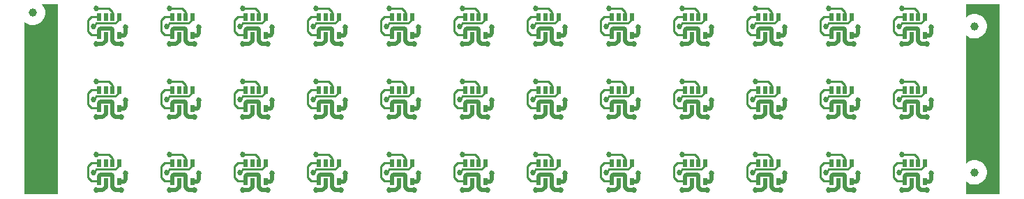
<source format=gbr>
G04 start of page 2 for group 0 idx 0 *
G04 Title: (unknown), top *
G04 Creator: pcb 4.0.2 *
G04 CreationDate: Fri Mar 17 03:13:06 2023 UTC *
G04 For: railfan *
G04 Format: Gerber/RS-274X *
G04 PCB-Dimensions (mil): 4900.00 1150.00 *
G04 PCB-Coordinate-Origin: lower left *
%MOIN*%
%FSLAX25Y25*%
%LNTOP*%
%ADD16C,0.0130*%
%ADD15C,0.0270*%
%ADD14C,0.0394*%
%ADD13C,0.0200*%
%ADD12C,0.0100*%
%ADD11C,0.0001*%
G54D11*G36*
X12000Y12000D02*Y94650D01*
X12518Y94208D01*
X13311Y93722D01*
X14169Y93366D01*
X15073Y93149D01*
X16000Y93076D01*
X16927Y93149D01*
X17831Y93366D01*
X18689Y93722D01*
X19482Y94208D01*
X20189Y94811D01*
X20792Y95518D01*
X21278Y96311D01*
X21634Y97169D01*
X21851Y98073D01*
X21906Y99000D01*
X21851Y99927D01*
X21634Y100831D01*
X21278Y101689D01*
X20792Y102482D01*
X20350Y103000D01*
X28000D01*
Y12000D01*
X12000D01*
G37*
G36*
X462000D02*Y18150D01*
X462518Y17708D01*
X463311Y17222D01*
X464169Y16866D01*
X465073Y16649D01*
X466000Y16576D01*
X466927Y16649D01*
X467831Y16866D01*
X468689Y17222D01*
X469482Y17708D01*
X470189Y18311D01*
X470792Y19018D01*
X471278Y19811D01*
X471634Y20669D01*
X471851Y21573D01*
X471906Y22500D01*
X471851Y23427D01*
X471634Y24331D01*
X471278Y25189D01*
X470792Y25982D01*
X470189Y26689D01*
X469482Y27292D01*
X468689Y27778D01*
X467831Y28134D01*
X466927Y28351D01*
X466000Y28424D01*
X465073Y28351D01*
X464169Y28134D01*
X463311Y27778D01*
X462518Y27292D01*
X462000Y26850D01*
Y88150D01*
X462518Y87708D01*
X463311Y87222D01*
X464169Y86866D01*
X465073Y86649D01*
X466000Y86576D01*
X466927Y86649D01*
X467831Y86866D01*
X468689Y87222D01*
X469482Y87708D01*
X470189Y88311D01*
X470792Y89018D01*
X471278Y89811D01*
X471634Y90669D01*
X471851Y91573D01*
X471906Y92500D01*
X471851Y93427D01*
X471634Y94331D01*
X471278Y95189D01*
X470792Y95982D01*
X470189Y96689D01*
X469482Y97292D01*
X468689Y97778D01*
X467831Y98134D01*
X466927Y98351D01*
X466000Y98424D01*
X465073Y98351D01*
X464169Y98134D01*
X463311Y97778D01*
X462518Y97292D01*
X462000Y96850D01*
Y103000D01*
X478000D01*
Y12000D01*
X462000D01*
G37*
G54D12*X57224Y60724D02*Y61929D01*
X55400Y58900D02*X57224Y60724D01*
X54075Y64425D02*X52500Y66000D01*
X54075Y61929D02*Y64425D01*
G54D13*Y55925D02*X53500Y56500D01*
G54D12*X44000Y53500D02*X47776D01*
G54D13*Y55776D02*Y53268D01*
X49500Y49000D02*X46500D01*
X50925Y50425D02*X49500Y49000D01*
X50925Y53071D02*Y50425D01*
G54D12*X42500Y55000D02*X44000Y53500D01*
X42500Y60500D02*Y55000D01*
X43929Y61929D02*X42500Y60500D01*
X46400Y58900D02*X55400D01*
X47776Y61929D02*X43929D01*
X46400Y58900D02*X45000Y57500D01*
X52500Y66000D02*X46500D01*
G54D13*X53500Y56500D02*X48500D01*
X47776Y55776D01*
X59571Y53071D02*X57224D01*
X60500Y54000D02*X59571Y53071D01*
X54075Y50425D02*Y55925D01*
X60500Y57000D02*Y54000D01*
X58500Y49000D02*X55500D01*
X54075Y50425D01*
G54D12*X57224Y95724D02*Y96929D01*
X46400Y93900D02*X55400D01*
X52500Y101000D02*X46500D01*
X54075Y99425D02*X52500Y101000D01*
X54075Y96929D02*Y99425D01*
X55400Y93900D02*X57224Y95724D01*
G54D13*X60500Y92000D02*Y89000D01*
X54075Y90925D02*X53500Y91500D01*
G54D12*X44000Y88500D02*X47776D01*
X42500Y90000D02*X44000Y88500D01*
X42500Y95500D02*Y90000D01*
X43929Y96929D02*X42500Y95500D01*
X47776Y96929D02*X43929D01*
X46400Y93900D02*X45000Y92500D01*
G54D13*X59571Y88071D02*X57224D01*
X60500Y89000D02*X59571Y88071D01*
X54075Y85425D02*Y90925D01*
X58500Y84000D02*X55500D01*
X54075Y85425D01*
X53500Y91500D02*X48500D01*
X47776Y90776D02*Y88268D01*
X49500Y84000D02*X46500D01*
X50925Y85425D02*X49500Y84000D01*
X50925Y88071D02*Y85425D01*
X48500Y91500D02*X47776Y90776D01*
G54D12*X57224Y25724D02*Y26929D01*
X46400Y23900D02*X55400D01*
X52500Y31000D02*X46500D01*
X54075Y29425D02*X52500Y31000D01*
X54075Y26929D02*Y29425D01*
X55400Y23900D02*X57224Y25724D01*
G54D13*X60500Y22000D02*Y19000D01*
X54075Y20925D02*X53500Y21500D01*
G54D12*X44000Y18500D02*X47776D01*
X42500Y20000D02*X44000Y18500D01*
X42500Y25500D02*Y20000D01*
X43929Y26929D02*X42500Y25500D01*
X47776Y26929D02*X43929D01*
X46400Y23900D02*X45000Y22500D01*
G54D13*X59571Y18071D02*X57224D01*
X60500Y19000D02*X59571Y18071D01*
X54075Y15425D02*Y20925D01*
X58500Y14000D02*X55500D01*
X54075Y15425D01*
X53500Y21500D02*X48500D01*
X47776Y20776D02*Y18268D01*
X49500Y14000D02*X46500D01*
X50925Y15425D02*X49500Y14000D01*
X50925Y18071D02*Y15425D01*
X48500Y21500D02*X47776Y20776D01*
G54D12*X92224Y60724D02*Y61929D01*
X81400Y58900D02*X90400D01*
X87500Y66000D02*X81500D01*
X89075Y64425D02*X87500Y66000D01*
X89075Y61929D02*Y64425D01*
X90400Y58900D02*X92224Y60724D01*
G54D13*X95500Y57000D02*Y54000D01*
X89075Y55925D02*X88500Y56500D01*
G54D12*X79000Y53500D02*X82776D01*
X77500Y55000D02*X79000Y53500D01*
X77500Y60500D02*Y55000D01*
X78929Y61929D02*X77500Y60500D01*
X82776Y61929D02*X78929D01*
X81400Y58900D02*X80000Y57500D01*
G54D13*X94571Y53071D02*X92224D01*
X95500Y54000D02*X94571Y53071D01*
X89075Y50425D02*Y55925D01*
X93500Y49000D02*X90500D01*
X89075Y50425D01*
X88500Y56500D02*X83500D01*
X82776Y55776D02*Y53268D01*
X84500Y49000D02*X81500D01*
X85925Y50425D02*X84500Y49000D01*
X85925Y53071D02*Y50425D01*
X83500Y56500D02*X82776Y55776D01*
G54D12*X92224Y95724D02*Y96929D01*
G54D13*X95500Y92000D02*Y89000D01*
G54D12*X90400Y93900D02*X92224Y95724D01*
X87500Y101000D02*X81500D01*
X89075Y99425D02*X87500Y101000D01*
X89075Y96929D02*Y99425D01*
G54D13*X88500Y91500D02*X83500D01*
X82776Y90776D01*
G54D12*X81400Y93900D02*X90400D01*
X79000Y88500D02*X82776D01*
X77500Y90000D02*X79000Y88500D01*
X77500Y95500D02*Y90000D01*
X78929Y96929D02*X77500Y95500D01*
X82776Y96929D02*X78929D01*
X81400Y93900D02*X80000Y92500D01*
G54D13*X94571Y88071D02*X92224D01*
X95500Y89000D02*X94571Y88071D01*
X89075Y85425D02*Y90925D01*
X93500Y84000D02*X90500D01*
X89075Y90925D02*X88500Y91500D01*
X90500Y84000D02*X89075Y85425D01*
X82776Y90776D02*Y88268D01*
X84500Y84000D02*X81500D01*
X85925Y85425D02*X84500Y84000D01*
X85925Y88071D02*Y85425D01*
G54D12*X92224Y25724D02*Y26929D01*
G54D13*X95500Y22000D02*Y19000D01*
G54D12*X90400Y23900D02*X92224Y25724D01*
X87500Y31000D02*X81500D01*
X89075Y29425D02*X87500Y31000D01*
X89075Y26929D02*Y29425D01*
G54D13*X88500Y21500D02*X83500D01*
X82776Y20776D01*
G54D12*X81400Y23900D02*X90400D01*
X79000Y18500D02*X82776D01*
X77500Y20000D02*X79000Y18500D01*
X77500Y25500D02*Y20000D01*
X78929Y26929D02*X77500Y25500D01*
X82776Y26929D02*X78929D01*
X81400Y23900D02*X80000Y22500D01*
G54D13*X94571Y18071D02*X92224D01*
X95500Y19000D02*X94571Y18071D01*
X89075Y15425D02*Y20925D01*
X93500Y14000D02*X90500D01*
X89075Y20925D02*X88500Y21500D01*
X90500Y14000D02*X89075Y15425D01*
X82776Y20776D02*Y18268D01*
X84500Y14000D02*X81500D01*
X85925Y15425D02*X84500Y14000D01*
X85925Y18071D02*Y15425D01*
G54D12*X267224Y60724D02*Y61929D01*
X265400Y58900D02*X267224Y60724D01*
X264075Y64425D02*X262500Y66000D01*
X264075Y61929D02*Y64425D01*
G54D13*X269571Y53071D02*X267224D01*
X270500Y54000D02*X269571Y53071D01*
X264075Y50425D02*Y55925D01*
X270500Y57000D02*Y54000D01*
X268500Y49000D02*X265500D01*
X264075Y55925D02*X263500Y56500D01*
X265500Y49000D02*X264075Y50425D01*
G54D12*X254000Y53500D02*X257776D01*
G54D13*Y55776D02*Y53268D01*
X259500Y49000D02*X256500D01*
X260925Y50425D02*X259500Y49000D01*
X260925Y53071D02*Y50425D01*
G54D12*X252500Y55000D02*X254000Y53500D01*
X252500Y60500D02*Y55000D01*
X253929Y61929D02*X252500Y60500D01*
X256400Y58900D02*X265400D01*
X257776Y61929D02*X253929D01*
X256400Y58900D02*X255000Y57500D01*
X262500Y66000D02*X256500D01*
G54D13*X263500Y56500D02*X258500D01*
X257776Y55776D01*
G54D12*X302224Y60724D02*Y61929D01*
X300400Y58900D02*X302224Y60724D01*
X299075Y64425D02*X297500Y66000D01*
X299075Y61929D02*Y64425D01*
G54D13*X304571Y53071D02*X302224D01*
X305500Y54000D02*X304571Y53071D01*
X299075Y50425D02*Y55925D01*
X305500Y57000D02*Y54000D01*
X303500Y49000D02*X300500D01*
X299075Y55925D02*X298500Y56500D01*
X300500Y49000D02*X299075Y50425D01*
G54D12*X289000Y53500D02*X292776D01*
G54D13*Y55776D02*Y53268D01*
X294500Y49000D02*X291500D01*
X295925Y50425D02*X294500Y49000D01*
X295925Y53071D02*Y50425D01*
G54D12*X287500Y55000D02*X289000Y53500D01*
X287500Y60500D02*Y55000D01*
X288929Y61929D02*X287500Y60500D01*
X291400Y58900D02*X300400D01*
X292776Y61929D02*X288929D01*
X291400Y58900D02*X290000Y57500D01*
X297500Y66000D02*X291500D01*
G54D13*X298500Y56500D02*X293500D01*
X292776Y55776D01*
G54D12*X337224Y60724D02*Y61929D01*
X335400Y58900D02*X337224Y60724D01*
X334075Y64425D02*X332500Y66000D01*
X334075Y61929D02*Y64425D01*
G54D13*X339571Y53071D02*X337224D01*
X340500Y54000D02*X339571Y53071D01*
X334075Y50425D02*Y55925D01*
X340500Y57000D02*Y54000D01*
X338500Y49000D02*X335500D01*
X334075Y55925D02*X333500Y56500D01*
X335500Y49000D02*X334075Y50425D01*
G54D12*X324000Y53500D02*X327776D01*
G54D13*Y55776D02*Y53268D01*
X329500Y49000D02*X326500D01*
X330925Y50425D02*X329500Y49000D01*
X330925Y53071D02*Y50425D01*
G54D12*X322500Y55000D02*X324000Y53500D01*
X322500Y60500D02*Y55000D01*
X323929Y61929D02*X322500Y60500D01*
X326400Y58900D02*X335400D01*
X327776Y61929D02*X323929D01*
X326400Y58900D02*X325000Y57500D01*
X332500Y66000D02*X326500D01*
G54D13*X333500Y56500D02*X328500D01*
X327776Y55776D01*
G54D12*X372224Y60724D02*Y61929D01*
X370400Y58900D02*X372224Y60724D01*
X369075Y64425D02*X367500Y66000D01*
X369075Y61929D02*Y64425D01*
G54D13*X374571Y53071D02*X372224D01*
X375500Y54000D02*X374571Y53071D01*
X369075Y50425D02*Y55925D01*
X375500Y57000D02*Y54000D01*
X373500Y49000D02*X370500D01*
X369075Y55925D02*X368500Y56500D01*
X370500Y49000D02*X369075Y50425D01*
G54D12*X359000Y53500D02*X362776D01*
G54D13*Y55776D02*Y53268D01*
X364500Y49000D02*X361500D01*
X365925Y50425D02*X364500Y49000D01*
X365925Y53071D02*Y50425D01*
G54D12*X357500Y55000D02*X359000Y53500D01*
X357500Y60500D02*Y55000D01*
X358929Y61929D02*X357500Y60500D01*
X361400Y58900D02*X370400D01*
X362776Y61929D02*X358929D01*
X361400Y58900D02*X360000Y57500D01*
X367500Y66000D02*X361500D01*
G54D13*X368500Y56500D02*X363500D01*
X362776Y55776D01*
G54D12*X407224Y60724D02*Y61929D01*
X405400Y58900D02*X407224Y60724D01*
X404075Y64425D02*X402500Y66000D01*
X404075Y61929D02*Y64425D01*
G54D13*X409571Y53071D02*X407224D01*
X410500Y54000D02*X409571Y53071D01*
X404075Y50425D02*Y55925D01*
X410500Y57000D02*Y54000D01*
X408500Y49000D02*X405500D01*
X404075Y55925D02*X403500Y56500D01*
X405500Y49000D02*X404075Y50425D01*
G54D12*X394000Y53500D02*X397776D01*
G54D13*Y55776D02*Y53268D01*
X399500Y49000D02*X396500D01*
X400925Y50425D02*X399500Y49000D01*
X400925Y53071D02*Y50425D01*
G54D12*X392500Y55000D02*X394000Y53500D01*
X392500Y60500D02*Y55000D01*
X393929Y61929D02*X392500Y60500D01*
X396400Y58900D02*X405400D01*
X397776Y61929D02*X393929D01*
X396400Y58900D02*X395000Y57500D01*
X402500Y66000D02*X396500D01*
G54D13*X403500Y56500D02*X398500D01*
X397776Y55776D01*
G54D12*X442224Y60724D02*Y61929D01*
X440400Y58900D02*X442224Y60724D01*
X439075Y64425D02*X437500Y66000D01*
X439075Y61929D02*Y64425D01*
G54D13*X444571Y53071D02*X442224D01*
X445500Y54000D02*X444571Y53071D01*
X439075Y50425D02*Y55925D01*
X445500Y57000D02*Y54000D01*
X443500Y49000D02*X440500D01*
X439075Y55925D02*X438500Y56500D01*
X440500Y49000D02*X439075Y50425D01*
G54D12*X429000Y53500D02*X432776D01*
G54D13*Y55776D02*Y53268D01*
X434500Y49000D02*X431500D01*
X435925Y50425D02*X434500Y49000D01*
X435925Y53071D02*Y50425D01*
G54D12*X427500Y55000D02*X429000Y53500D01*
X427500Y60500D02*Y55000D01*
X428929Y61929D02*X427500Y60500D01*
X431400Y58900D02*X440400D01*
X432776Y61929D02*X428929D01*
X431400Y58900D02*X430000Y57500D01*
X437500Y66000D02*X431500D01*
G54D13*X438500Y56500D02*X433500D01*
X432776Y55776D01*
G54D12*X197224Y60724D02*Y61929D01*
X195400Y58900D02*X197224Y60724D01*
X194075Y64425D02*X192500Y66000D01*
X194075Y61929D02*Y64425D01*
G54D13*X199571Y53071D02*X197224D01*
X200500Y54000D02*X199571Y53071D01*
X194075Y50425D02*Y55925D01*
X200500Y57000D02*Y54000D01*
X198500Y49000D02*X195500D01*
X194075Y55925D02*X193500Y56500D01*
X195500Y49000D02*X194075Y50425D01*
G54D12*X184000Y53500D02*X187776D01*
G54D13*Y55776D02*Y53268D01*
X189500Y49000D02*X186500D01*
X190925Y50425D02*X189500Y49000D01*
X190925Y53071D02*Y50425D01*
G54D12*X182500Y55000D02*X184000Y53500D01*
X182500Y60500D02*Y55000D01*
X183929Y61929D02*X182500Y60500D01*
X186400Y58900D02*X195400D01*
X187776Y61929D02*X183929D01*
X186400Y58900D02*X185000Y57500D01*
X192500Y66000D02*X186500D01*
G54D13*X193500Y56500D02*X188500D01*
X187776Y55776D01*
G54D12*X232224Y60724D02*Y61929D01*
X230400Y58900D02*X232224Y60724D01*
X229075Y64425D02*X227500Y66000D01*
X229075Y61929D02*Y64425D01*
G54D13*X234571Y53071D02*X232224D01*
X235500Y54000D02*X234571Y53071D01*
X229075Y50425D02*Y55925D01*
X235500Y57000D02*Y54000D01*
X233500Y49000D02*X230500D01*
X229075Y55925D02*X228500Y56500D01*
X230500Y49000D02*X229075Y50425D01*
G54D12*X219000Y53500D02*X222776D01*
G54D13*Y55776D02*Y53268D01*
X224500Y49000D02*X221500D01*
X225925Y50425D02*X224500Y49000D01*
X225925Y53071D02*Y50425D01*
G54D12*X217500Y55000D02*X219000Y53500D01*
X217500Y60500D02*Y55000D01*
X218929Y61929D02*X217500Y60500D01*
X221400Y58900D02*X230400D01*
X222776Y61929D02*X218929D01*
X221400Y58900D02*X220000Y57500D01*
X227500Y66000D02*X221500D01*
G54D13*X228500Y56500D02*X223500D01*
X222776Y55776D01*
G54D12*X197224Y95724D02*Y96929D01*
X195400Y93900D02*X197224Y95724D01*
X194075Y99425D02*X192500Y101000D01*
X194075Y96929D02*Y99425D01*
G54D13*X199571Y88071D02*X197224D01*
X200500Y89000D02*X199571Y88071D01*
X194075Y85425D02*Y90925D01*
X200500Y92000D02*Y89000D01*
X198500Y84000D02*X195500D01*
X194075Y90925D02*X193500Y91500D01*
X195500Y84000D02*X194075Y85425D01*
G54D12*X184000Y88500D02*X187776D01*
G54D13*Y90776D02*Y88268D01*
X189500Y84000D02*X186500D01*
X190925Y85425D02*X189500Y84000D01*
X190925Y88071D02*Y85425D01*
G54D12*X182500Y90000D02*X184000Y88500D01*
X182500Y95500D02*Y90000D01*
X183929Y96929D02*X182500Y95500D01*
X186400Y93900D02*X195400D01*
X187776Y96929D02*X183929D01*
X186400Y93900D02*X185000Y92500D01*
X192500Y101000D02*X186500D01*
G54D13*X193500Y91500D02*X188500D01*
X187776Y90776D01*
G54D12*X232224Y95724D02*Y96929D01*
X230400Y93900D02*X232224Y95724D01*
X229075Y99425D02*X227500Y101000D01*
X229075Y96929D02*Y99425D01*
G54D13*X234571Y88071D02*X232224D01*
X235500Y89000D02*X234571Y88071D01*
X229075Y85425D02*Y90925D01*
X235500Y92000D02*Y89000D01*
X233500Y84000D02*X230500D01*
X229075Y90925D02*X228500Y91500D01*
X230500Y84000D02*X229075Y85425D01*
G54D12*X219000Y88500D02*X222776D01*
G54D13*Y90776D02*Y88268D01*
X224500Y84000D02*X221500D01*
X225925Y85425D02*X224500Y84000D01*
X225925Y88071D02*Y85425D01*
G54D12*X217500Y90000D02*X219000Y88500D01*
X217500Y95500D02*Y90000D01*
X218929Y96929D02*X217500Y95500D01*
X221400Y93900D02*X230400D01*
X222776Y96929D02*X218929D01*
X221400Y93900D02*X220000Y92500D01*
X227500Y101000D02*X221500D01*
G54D13*X228500Y91500D02*X223500D01*
X222776Y90776D01*
G54D12*X267224Y95724D02*Y96929D01*
X265400Y93900D02*X267224Y95724D01*
X264075Y99425D02*X262500Y101000D01*
X264075Y96929D02*Y99425D01*
G54D13*X269571Y88071D02*X267224D01*
X270500Y89000D02*X269571Y88071D01*
X264075Y85425D02*Y90925D01*
X270500Y92000D02*Y89000D01*
X268500Y84000D02*X265500D01*
X264075Y90925D02*X263500Y91500D01*
X265500Y84000D02*X264075Y85425D01*
G54D12*X254000Y88500D02*X257776D01*
G54D13*Y90776D02*Y88268D01*
X259500Y84000D02*X256500D01*
X260925Y85425D02*X259500Y84000D01*
X260925Y88071D02*Y85425D01*
G54D12*X252500Y90000D02*X254000Y88500D01*
X252500Y95500D02*Y90000D01*
X253929Y96929D02*X252500Y95500D01*
X256400Y93900D02*X265400D01*
X257776Y96929D02*X253929D01*
X256400Y93900D02*X255000Y92500D01*
X262500Y101000D02*X256500D01*
G54D13*X263500Y91500D02*X258500D01*
X257776Y90776D01*
G54D12*X302224Y95724D02*Y96929D01*
X300400Y93900D02*X302224Y95724D01*
X299075Y99425D02*X297500Y101000D01*
X299075Y96929D02*Y99425D01*
G54D13*X304571Y88071D02*X302224D01*
X305500Y89000D02*X304571Y88071D01*
X299075Y85425D02*Y90925D01*
X305500Y92000D02*Y89000D01*
X303500Y84000D02*X300500D01*
X299075Y90925D02*X298500Y91500D01*
X300500Y84000D02*X299075Y85425D01*
G54D12*X289000Y88500D02*X292776D01*
G54D13*Y90776D02*Y88268D01*
X294500Y84000D02*X291500D01*
X295925Y85425D02*X294500Y84000D01*
X295925Y88071D02*Y85425D01*
G54D12*X287500Y90000D02*X289000Y88500D01*
X287500Y95500D02*Y90000D01*
X288929Y96929D02*X287500Y95500D01*
X291400Y93900D02*X300400D01*
X292776Y96929D02*X288929D01*
X291400Y93900D02*X290000Y92500D01*
X297500Y101000D02*X291500D01*
G54D13*X298500Y91500D02*X293500D01*
X292776Y90776D01*
G54D12*X337224Y95724D02*Y96929D01*
X335400Y93900D02*X337224Y95724D01*
X334075Y99425D02*X332500Y101000D01*
X334075Y96929D02*Y99425D01*
G54D13*X339571Y88071D02*X337224D01*
X340500Y89000D02*X339571Y88071D01*
X334075Y85425D02*Y90925D01*
X340500Y92000D02*Y89000D01*
X338500Y84000D02*X335500D01*
X334075Y90925D02*X333500Y91500D01*
X335500Y84000D02*X334075Y85425D01*
G54D12*X324000Y88500D02*X327776D01*
G54D13*Y90776D02*Y88268D01*
X329500Y84000D02*X326500D01*
X330925Y85425D02*X329500Y84000D01*
X330925Y88071D02*Y85425D01*
G54D12*X322500Y90000D02*X324000Y88500D01*
X322500Y95500D02*Y90000D01*
X323929Y96929D02*X322500Y95500D01*
X326400Y93900D02*X335400D01*
X327776Y96929D02*X323929D01*
X326400Y93900D02*X325000Y92500D01*
X332500Y101000D02*X326500D01*
G54D13*X333500Y91500D02*X328500D01*
X327776Y90776D01*
G54D12*X372224Y95724D02*Y96929D01*
X370400Y93900D02*X372224Y95724D01*
X369075Y99425D02*X367500Y101000D01*
X369075Y96929D02*Y99425D01*
G54D13*X374571Y88071D02*X372224D01*
X375500Y89000D02*X374571Y88071D01*
X369075Y85425D02*Y90925D01*
X375500Y92000D02*Y89000D01*
X373500Y84000D02*X370500D01*
X369075Y90925D02*X368500Y91500D01*
X370500Y84000D02*X369075Y85425D01*
G54D12*X359000Y88500D02*X362776D01*
G54D13*Y90776D02*Y88268D01*
X364500Y84000D02*X361500D01*
X365925Y85425D02*X364500Y84000D01*
X365925Y88071D02*Y85425D01*
G54D12*X357500Y90000D02*X359000Y88500D01*
X357500Y95500D02*Y90000D01*
X358929Y96929D02*X357500Y95500D01*
X361400Y93900D02*X370400D01*
X362776Y96929D02*X358929D01*
X361400Y93900D02*X360000Y92500D01*
X367500Y101000D02*X361500D01*
G54D13*X368500Y91500D02*X363500D01*
X362776Y90776D01*
G54D12*X407224Y95724D02*Y96929D01*
X405400Y93900D02*X407224Y95724D01*
X404075Y99425D02*X402500Y101000D01*
X404075Y96929D02*Y99425D01*
G54D13*X409571Y88071D02*X407224D01*
X410500Y89000D02*X409571Y88071D01*
X404075Y85425D02*Y90925D01*
X410500Y92000D02*Y89000D01*
X408500Y84000D02*X405500D01*
X404075Y90925D02*X403500Y91500D01*
X405500Y84000D02*X404075Y85425D01*
G54D12*X394000Y88500D02*X397776D01*
G54D13*Y90776D02*Y88268D01*
X399500Y84000D02*X396500D01*
X400925Y85425D02*X399500Y84000D01*
X400925Y88071D02*Y85425D01*
G54D12*X392500Y90000D02*X394000Y88500D01*
X392500Y95500D02*Y90000D01*
X393929Y96929D02*X392500Y95500D01*
X396400Y93900D02*X405400D01*
X397776Y96929D02*X393929D01*
X396400Y93900D02*X395000Y92500D01*
X402500Y101000D02*X396500D01*
G54D13*X403500Y91500D02*X398500D01*
X397776Y90776D01*
G54D12*X442224Y95724D02*Y96929D01*
X440400Y93900D02*X442224Y95724D01*
X439075Y99425D02*X437500Y101000D01*
X439075Y96929D02*Y99425D01*
G54D13*X444571Y88071D02*X442224D01*
X445500Y89000D02*X444571Y88071D01*
X439075Y85425D02*Y90925D01*
X445500Y92000D02*Y89000D01*
X443500Y84000D02*X440500D01*
X439075Y90925D02*X438500Y91500D01*
X440500Y84000D02*X439075Y85425D01*
G54D12*X429000Y88500D02*X432776D01*
G54D13*Y90776D02*Y88268D01*
X434500Y84000D02*X431500D01*
X435925Y85425D02*X434500Y84000D01*
X435925Y88071D02*Y85425D01*
G54D12*X427500Y90000D02*X429000Y88500D01*
X427500Y95500D02*Y90000D01*
X428929Y96929D02*X427500Y95500D01*
X431400Y93900D02*X440400D01*
X432776Y96929D02*X428929D01*
X431400Y93900D02*X430000Y92500D01*
X437500Y101000D02*X431500D01*
G54D13*X438500Y91500D02*X433500D01*
X432776Y90776D01*
G54D12*X127224Y60724D02*Y61929D01*
G54D13*X130500Y57000D02*Y54000D01*
G54D12*X125400Y58900D02*X127224Y60724D01*
X122500Y66000D02*X116500D01*
X124075Y64425D02*X122500Y66000D01*
X124075Y61929D02*Y64425D01*
G54D13*X123500Y56500D02*X118500D01*
X117776Y55776D01*
G54D12*X116400Y58900D02*X125400D01*
X114000Y53500D02*X117776D01*
X112500Y55000D02*X114000Y53500D01*
X112500Y60500D02*Y55000D01*
X113929Y61929D02*X112500Y60500D01*
X117776Y61929D02*X113929D01*
X116400Y58900D02*X115000Y57500D01*
G54D13*X129571Y53071D02*X127224D01*
X130500Y54000D02*X129571Y53071D01*
X124075Y50425D02*Y55925D01*
X128500Y49000D02*X125500D01*
X124075Y55925D02*X123500Y56500D01*
X125500Y49000D02*X124075Y50425D01*
X117776Y55776D02*Y53268D01*
X119500Y49000D02*X116500D01*
X120925Y50425D02*X119500Y49000D01*
X120925Y53071D02*Y50425D01*
G54D12*X149000Y53500D02*X152776D01*
G54D13*Y55776D02*Y53268D01*
X154500Y49000D02*X151500D01*
X155925Y50425D02*X154500Y49000D01*
X155925Y53071D02*Y50425D01*
G54D12*X147500Y55000D02*X149000Y53500D01*
X147500Y60500D02*Y55000D01*
X148929Y61929D02*X147500Y60500D01*
X151400Y58900D02*X160400D01*
X152776Y61929D02*X148929D01*
X151400Y58900D02*X150000Y57500D01*
X157500Y66000D02*X151500D01*
G54D13*X158500Y56500D02*X153500D01*
X152776Y55776D01*
G54D12*X127224Y95724D02*Y96929D01*
X125400Y93900D02*X127224Y95724D01*
X124075Y99425D02*X122500Y101000D01*
X124075Y96929D02*Y99425D01*
G54D13*X129571Y88071D02*X127224D01*
X130500Y89000D02*X129571Y88071D01*
X124075Y85425D02*Y90925D01*
X130500Y92000D02*Y89000D01*
X128500Y84000D02*X125500D01*
X124075Y90925D02*X123500Y91500D01*
X125500Y84000D02*X124075Y85425D01*
G54D12*X114000Y88500D02*X117776D01*
G54D13*Y90776D02*Y88268D01*
X119500Y84000D02*X116500D01*
X120925Y85425D02*X119500Y84000D01*
X120925Y88071D02*Y85425D01*
G54D12*X112500Y90000D02*X114000Y88500D01*
X112500Y95500D02*Y90000D01*
X113929Y96929D02*X112500Y95500D01*
X116400Y93900D02*X125400D01*
X117776Y96929D02*X113929D01*
X116400Y93900D02*X115000Y92500D01*
X122500Y101000D02*X116500D01*
G54D13*X123500Y91500D02*X118500D01*
X117776Y90776D01*
G54D12*X162224Y95724D02*Y96929D01*
X160400Y93900D02*X162224Y95724D01*
X159075Y99425D02*X157500Y101000D01*
X159075Y96929D02*Y99425D01*
G54D13*X164571Y88071D02*X162224D01*
X165500Y89000D02*X164571Y88071D01*
X159075Y85425D02*Y90925D01*
X165500Y92000D02*Y89000D01*
X163500Y84000D02*X160500D01*
X159075Y90925D02*X158500Y91500D01*
X160500Y84000D02*X159075Y85425D01*
G54D12*X149000Y88500D02*X152776D01*
G54D13*Y90776D02*Y88268D01*
X154500Y84000D02*X151500D01*
X155925Y85425D02*X154500Y84000D01*
X155925Y88071D02*Y85425D01*
G54D12*X147500Y90000D02*X149000Y88500D01*
X147500Y95500D02*Y90000D01*
X148929Y96929D02*X147500Y95500D01*
X151400Y93900D02*X160400D01*
X152776Y96929D02*X148929D01*
X151400Y93900D02*X150000Y92500D01*
X157500Y101000D02*X151500D01*
G54D13*X158500Y91500D02*X153500D01*
X152776Y90776D01*
G54D12*X127224Y25724D02*Y26929D01*
X125400Y23900D02*X127224Y25724D01*
X124075Y29425D02*X122500Y31000D01*
X124075Y26929D02*Y29425D01*
G54D13*X129571Y18071D02*X127224D01*
X130500Y19000D02*X129571Y18071D01*
X124075Y15425D02*Y20925D01*
X130500Y22000D02*Y19000D01*
X128500Y14000D02*X125500D01*
X124075Y20925D02*X123500Y21500D01*
X125500Y14000D02*X124075Y15425D01*
G54D12*X114000Y18500D02*X117776D01*
G54D13*Y20776D02*Y18268D01*
X119500Y14000D02*X116500D01*
X120925Y15425D02*X119500Y14000D01*
X120925Y18071D02*Y15425D01*
G54D12*X112500Y20000D02*X114000Y18500D01*
X112500Y25500D02*Y20000D01*
X113929Y26929D02*X112500Y25500D01*
X116400Y23900D02*X125400D01*
X117776Y26929D02*X113929D01*
X116400Y23900D02*X115000Y22500D01*
X122500Y31000D02*X116500D01*
G54D13*X123500Y21500D02*X118500D01*
X117776Y20776D01*
G54D12*X162224Y60724D02*Y61929D01*
X160400Y58900D02*X162224Y60724D01*
X159075Y64425D02*X157500Y66000D01*
X159075Y61929D02*Y64425D01*
G54D13*X164571Y53071D02*X162224D01*
X165500Y54000D02*X164571Y53071D01*
X159075Y50425D02*Y55925D01*
X165500Y57000D02*Y54000D01*
X163500Y49000D02*X160500D01*
X159075Y55925D02*X158500Y56500D01*
X160500Y49000D02*X159075Y50425D01*
G54D12*X162224Y25724D02*Y26929D01*
X160400Y23900D02*X162224Y25724D01*
X159075Y29425D02*X157500Y31000D01*
X159075Y26929D02*Y29425D01*
G54D13*X164571Y18071D02*X162224D01*
X165500Y19000D02*X164571Y18071D01*
X159075Y15425D02*Y20925D01*
X165500Y22000D02*Y19000D01*
X163500Y14000D02*X160500D01*
X159075Y20925D02*X158500Y21500D01*
X160500Y14000D02*X159075Y15425D01*
G54D12*X149000Y18500D02*X152776D01*
G54D13*Y20776D02*Y18268D01*
X154500Y14000D02*X151500D01*
X155925Y15425D02*X154500Y14000D01*
X155925Y18071D02*Y15425D01*
G54D12*X147500Y20000D02*X149000Y18500D01*
X147500Y25500D02*Y20000D01*
X148929Y26929D02*X147500Y25500D01*
X151400Y23900D02*X160400D01*
X152776Y26929D02*X148929D01*
X151400Y23900D02*X150000Y22500D01*
X157500Y31000D02*X151500D01*
G54D13*X158500Y21500D02*X153500D01*
X152776Y20776D01*
G54D12*X197224Y25724D02*Y26929D01*
X195400Y23900D02*X197224Y25724D01*
X194075Y29425D02*X192500Y31000D01*
X194075Y26929D02*Y29425D01*
G54D13*X199571Y18071D02*X197224D01*
X200500Y19000D02*X199571Y18071D01*
X194075Y15425D02*Y20925D01*
X200500Y22000D02*Y19000D01*
X198500Y14000D02*X195500D01*
X194075Y20925D02*X193500Y21500D01*
X195500Y14000D02*X194075Y15425D01*
G54D12*X184000Y18500D02*X187776D01*
G54D13*Y20776D02*Y18268D01*
X189500Y14000D02*X186500D01*
X190925Y15425D02*X189500Y14000D01*
X190925Y18071D02*Y15425D01*
G54D12*X182500Y20000D02*X184000Y18500D01*
X182500Y25500D02*Y20000D01*
X183929Y26929D02*X182500Y25500D01*
X186400Y23900D02*X195400D01*
X187776Y26929D02*X183929D01*
X186400Y23900D02*X185000Y22500D01*
X192500Y31000D02*X186500D01*
G54D13*X193500Y21500D02*X188500D01*
X187776Y20776D01*
G54D12*X232224Y25724D02*Y26929D01*
X230400Y23900D02*X232224Y25724D01*
X229075Y29425D02*X227500Y31000D01*
X229075Y26929D02*Y29425D01*
G54D13*X234571Y18071D02*X232224D01*
X235500Y19000D02*X234571Y18071D01*
X229075Y15425D02*Y20925D01*
X235500Y22000D02*Y19000D01*
X233500Y14000D02*X230500D01*
X229075Y20925D02*X228500Y21500D01*
X230500Y14000D02*X229075Y15425D01*
G54D12*X219000Y18500D02*X222776D01*
G54D13*Y20776D02*Y18268D01*
X224500Y14000D02*X221500D01*
X225925Y15425D02*X224500Y14000D01*
X225925Y18071D02*Y15425D01*
G54D12*X217500Y20000D02*X219000Y18500D01*
X217500Y25500D02*Y20000D01*
X218929Y26929D02*X217500Y25500D01*
X221400Y23900D02*X230400D01*
X222776Y26929D02*X218929D01*
X221400Y23900D02*X220000Y22500D01*
X227500Y31000D02*X221500D01*
G54D13*X228500Y21500D02*X223500D01*
X222776Y20776D01*
G54D12*X267224Y25724D02*Y26929D01*
X265400Y23900D02*X267224Y25724D01*
X264075Y29425D02*X262500Y31000D01*
X264075Y26929D02*Y29425D01*
G54D13*X269571Y18071D02*X267224D01*
X270500Y19000D02*X269571Y18071D01*
X264075Y15425D02*Y20925D01*
X270500Y22000D02*Y19000D01*
X268500Y14000D02*X265500D01*
X264075Y20925D02*X263500Y21500D01*
X265500Y14000D02*X264075Y15425D01*
G54D12*X254000Y18500D02*X257776D01*
G54D13*Y20776D02*Y18268D01*
X259500Y14000D02*X256500D01*
X260925Y15425D02*X259500Y14000D01*
X260925Y18071D02*Y15425D01*
G54D12*X252500Y20000D02*X254000Y18500D01*
X252500Y25500D02*Y20000D01*
X253929Y26929D02*X252500Y25500D01*
X256400Y23900D02*X265400D01*
X257776Y26929D02*X253929D01*
X256400Y23900D02*X255000Y22500D01*
X262500Y31000D02*X256500D01*
G54D13*X263500Y21500D02*X258500D01*
X257776Y20776D01*
G54D12*X302224Y25724D02*Y26929D01*
X300400Y23900D02*X302224Y25724D01*
X299075Y29425D02*X297500Y31000D01*
X299075Y26929D02*Y29425D01*
G54D13*X304571Y18071D02*X302224D01*
X305500Y19000D02*X304571Y18071D01*
X299075Y15425D02*Y20925D01*
X305500Y22000D02*Y19000D01*
X303500Y14000D02*X300500D01*
X299075Y20925D02*X298500Y21500D01*
X300500Y14000D02*X299075Y15425D01*
G54D12*X289000Y18500D02*X292776D01*
G54D13*Y20776D02*Y18268D01*
X294500Y14000D02*X291500D01*
X295925Y15425D02*X294500Y14000D01*
X295925Y18071D02*Y15425D01*
G54D12*X287500Y20000D02*X289000Y18500D01*
X287500Y25500D02*Y20000D01*
X288929Y26929D02*X287500Y25500D01*
X291400Y23900D02*X300400D01*
X292776Y26929D02*X288929D01*
X291400Y23900D02*X290000Y22500D01*
X297500Y31000D02*X291500D01*
G54D13*X298500Y21500D02*X293500D01*
X292776Y20776D01*
G54D12*X337224Y25724D02*Y26929D01*
X335400Y23900D02*X337224Y25724D01*
X334075Y29425D02*X332500Y31000D01*
X334075Y26929D02*Y29425D01*
G54D13*X339571Y18071D02*X337224D01*
X340500Y19000D02*X339571Y18071D01*
X334075Y15425D02*Y20925D01*
X340500Y22000D02*Y19000D01*
X338500Y14000D02*X335500D01*
X334075Y20925D02*X333500Y21500D01*
X335500Y14000D02*X334075Y15425D01*
G54D12*X324000Y18500D02*X327776D01*
G54D13*Y20776D02*Y18268D01*
X329500Y14000D02*X326500D01*
X330925Y15425D02*X329500Y14000D01*
X330925Y18071D02*Y15425D01*
G54D12*X322500Y20000D02*X324000Y18500D01*
X322500Y25500D02*Y20000D01*
X323929Y26929D02*X322500Y25500D01*
X326400Y23900D02*X335400D01*
X327776Y26929D02*X323929D01*
X326400Y23900D02*X325000Y22500D01*
X332500Y31000D02*X326500D01*
G54D13*X333500Y21500D02*X328500D01*
X327776Y20776D01*
G54D12*X372224Y25724D02*Y26929D01*
X370400Y23900D02*X372224Y25724D01*
X369075Y29425D02*X367500Y31000D01*
X369075Y26929D02*Y29425D01*
G54D13*X374571Y18071D02*X372224D01*
X375500Y19000D02*X374571Y18071D01*
X369075Y15425D02*Y20925D01*
X375500Y22000D02*Y19000D01*
X373500Y14000D02*X370500D01*
X369075Y20925D02*X368500Y21500D01*
X370500Y14000D02*X369075Y15425D01*
G54D12*X359000Y18500D02*X362776D01*
G54D13*Y20776D02*Y18268D01*
X364500Y14000D02*X361500D01*
X365925Y15425D02*X364500Y14000D01*
X365925Y18071D02*Y15425D01*
G54D12*X357500Y20000D02*X359000Y18500D01*
X357500Y25500D02*Y20000D01*
X358929Y26929D02*X357500Y25500D01*
X361400Y23900D02*X370400D01*
X362776Y26929D02*X358929D01*
X361400Y23900D02*X360000Y22500D01*
X367500Y31000D02*X361500D01*
G54D13*X368500Y21500D02*X363500D01*
X362776Y20776D01*
G54D12*X407224Y25724D02*Y26929D01*
X405400Y23900D02*X407224Y25724D01*
X404075Y29425D02*X402500Y31000D01*
X404075Y26929D02*Y29425D01*
G54D13*X409571Y18071D02*X407224D01*
X410500Y19000D02*X409571Y18071D01*
X404075Y15425D02*Y20925D01*
X410500Y22000D02*Y19000D01*
X408500Y14000D02*X405500D01*
X404075Y20925D02*X403500Y21500D01*
X405500Y14000D02*X404075Y15425D01*
G54D12*X394000Y18500D02*X397776D01*
G54D13*Y20776D02*Y18268D01*
X399500Y14000D02*X396500D01*
X400925Y15425D02*X399500Y14000D01*
X400925Y18071D02*Y15425D01*
G54D12*X392500Y20000D02*X394000Y18500D01*
X392500Y25500D02*Y20000D01*
X393929Y26929D02*X392500Y25500D01*
X396400Y23900D02*X405400D01*
X397776Y26929D02*X393929D01*
X396400Y23900D02*X395000Y22500D01*
X402500Y31000D02*X396500D01*
G54D13*X403500Y21500D02*X398500D01*
X397776Y20776D01*
G54D12*X442224Y25724D02*Y26929D01*
X440400Y23900D02*X442224Y25724D01*
X439075Y29425D02*X437500Y31000D01*
X439075Y26929D02*Y29425D01*
G54D13*X444571Y18071D02*X442224D01*
X445500Y19000D02*X444571Y18071D01*
X439075Y15425D02*Y20925D01*
X445500Y22000D02*Y19000D01*
X443500Y14000D02*X440500D01*
X439075Y20925D02*X438500Y21500D01*
X440500Y14000D02*X439075Y15425D01*
G54D12*X429000Y18500D02*X432776D01*
G54D13*Y20776D02*Y18268D01*
X434500Y14000D02*X431500D01*
X435925Y15425D02*X434500Y14000D01*
X435925Y18071D02*Y15425D01*
G54D12*X427500Y20000D02*X429000Y18500D01*
X427500Y25500D02*Y20000D01*
X428929Y26929D02*X427500Y25500D01*
X431400Y23900D02*X440400D01*
X432776Y26929D02*X428929D01*
X431400Y23900D02*X430000Y22500D01*
X437500Y31000D02*X431500D01*
G54D13*X438500Y21500D02*X433500D01*
X432776Y20776D01*
G54D14*X16000Y99000D03*
X466000Y22500D03*
Y92500D03*
G54D11*G36*
X125060Y63642D02*X123090D01*
Y60216D01*
X125060D01*
Y63642D01*
G37*
G36*
X121910D02*X119940D01*
Y60216D01*
X121910D01*
Y63642D01*
G37*
G36*
X118760D02*X116792D01*
Y60216D01*
X118760D01*
Y63642D01*
G37*
G36*
Y55178D02*X116792D01*
Y51358D01*
X118760D01*
Y55178D01*
G37*
G36*
X121910Y54784D02*X119940D01*
Y51358D01*
X121910D01*
Y54784D01*
G37*
G36*
X125060D02*X123090D01*
Y51358D01*
X125060D01*
Y54784D01*
G37*
G36*
X128208D02*X126240D01*
Y51358D01*
X128208D01*
Y54784D01*
G37*
G36*
Y63642D02*X126240D01*
Y60216D01*
X128208D01*
Y63642D01*
G37*
G36*
X118760Y20178D02*X116792D01*
Y16358D01*
X118760D01*
Y20178D01*
G37*
G36*
X121910Y19784D02*X119940D01*
Y16358D01*
X121910D01*
Y19784D01*
G37*
G36*
X125060D02*X123090D01*
Y16358D01*
X125060D01*
Y19784D01*
G37*
G36*
X121910Y28642D02*X119940D01*
Y25216D01*
X121910D01*
Y28642D01*
G37*
G36*
X118760D02*X116792D01*
Y25216D01*
X118760D01*
Y28642D01*
G37*
G36*
X128208D02*X126240D01*
Y25216D01*
X128208D01*
Y28642D01*
G37*
G36*
X125060D02*X123090D01*
Y25216D01*
X125060D01*
Y28642D01*
G37*
G36*
X58208Y54784D02*X56240D01*
Y51358D01*
X58208D01*
Y54784D01*
G37*
G36*
Y63642D02*X56240D01*
Y60216D01*
X58208D01*
Y63642D01*
G37*
G36*
X55060D02*X53090D01*
Y60216D01*
X55060D01*
Y63642D01*
G37*
G36*
X51910D02*X49940D01*
Y60216D01*
X51910D01*
Y63642D01*
G37*
G36*
X48760Y55178D02*X46792D01*
Y51358D01*
X48760D01*
Y55178D01*
G37*
G36*
X51910Y54784D02*X49940D01*
Y51358D01*
X51910D01*
Y54784D01*
G37*
G36*
X55060D02*X53090D01*
Y51358D01*
X55060D01*
Y54784D01*
G37*
G36*
X48760Y63642D02*X46792D01*
Y60216D01*
X48760D01*
Y63642D01*
G37*
G36*
Y90178D02*X46792D01*
Y86358D01*
X48760D01*
Y90178D01*
G37*
G36*
X51910Y89784D02*X49940D01*
Y86358D01*
X51910D01*
Y89784D01*
G37*
G36*
X55060D02*X53090D01*
Y86358D01*
X55060D01*
Y89784D01*
G37*
G36*
X51910Y98642D02*X49940D01*
Y95216D01*
X51910D01*
Y98642D01*
G37*
G36*
X48760D02*X46792D01*
Y95216D01*
X48760D01*
Y98642D01*
G37*
G36*
X58208D02*X56240D01*
Y95216D01*
X58208D01*
Y98642D01*
G37*
G36*
X55060D02*X53090D01*
Y95216D01*
X55060D01*
Y98642D01*
G37*
G36*
X48760Y20178D02*X46792D01*
Y16358D01*
X48760D01*
Y20178D01*
G37*
G36*
X51910Y19784D02*X49940D01*
Y16358D01*
X51910D01*
Y19784D01*
G37*
G36*
X55060D02*X53090D01*
Y16358D01*
X55060D01*
Y19784D01*
G37*
G36*
X58208D02*X56240D01*
Y16358D01*
X58208D01*
Y19784D01*
G37*
G36*
X51910Y28642D02*X49940D01*
Y25216D01*
X51910D01*
Y28642D01*
G37*
G36*
X48760D02*X46792D01*
Y25216D01*
X48760D01*
Y28642D01*
G37*
G36*
X58208D02*X56240D01*
Y25216D01*
X58208D01*
Y28642D01*
G37*
G36*
X55060D02*X53090D01*
Y25216D01*
X55060D01*
Y28642D01*
G37*
G36*
X90060Y63642D02*X88090D01*
Y60216D01*
X90060D01*
Y63642D01*
G37*
G36*
X86910D02*X84940D01*
Y60216D01*
X86910D01*
Y63642D01*
G37*
G36*
X83760D02*X81792D01*
Y60216D01*
X83760D01*
Y63642D01*
G37*
G36*
Y55178D02*X81792D01*
Y51358D01*
X83760D01*
Y55178D01*
G37*
G36*
X86910Y54784D02*X84940D01*
Y51358D01*
X86910D01*
Y54784D01*
G37*
G36*
X90060D02*X88090D01*
Y51358D01*
X90060D01*
Y54784D01*
G37*
G36*
X93208D02*X91240D01*
Y51358D01*
X93208D01*
Y54784D01*
G37*
G36*
Y63642D02*X91240D01*
Y60216D01*
X93208D01*
Y63642D01*
G37*
G36*
X58208Y89784D02*X56240D01*
Y86358D01*
X58208D01*
Y89784D01*
G37*
G36*
X93208Y98642D02*X91240D01*
Y95216D01*
X93208D01*
Y98642D01*
G37*
G36*
X90060D02*X88090D01*
Y95216D01*
X90060D01*
Y98642D01*
G37*
G36*
X86910D02*X84940D01*
Y95216D01*
X86910D01*
Y98642D01*
G37*
G36*
X83760D02*X81792D01*
Y95216D01*
X83760D01*
Y98642D01*
G37*
G36*
Y90178D02*X81792D01*
Y86358D01*
X83760D01*
Y90178D01*
G37*
G36*
X86910Y89784D02*X84940D01*
Y86358D01*
X86910D01*
Y89784D01*
G37*
G36*
X90060D02*X88090D01*
Y86358D01*
X90060D01*
Y89784D01*
G37*
G36*
X93208D02*X91240D01*
Y86358D01*
X93208D01*
Y89784D01*
G37*
G36*
X83760Y20178D02*X81792D01*
Y16358D01*
X83760D01*
Y20178D01*
G37*
G36*
X86910Y19784D02*X84940D01*
Y16358D01*
X86910D01*
Y19784D01*
G37*
G36*
X90060D02*X88090D01*
Y16358D01*
X90060D01*
Y19784D01*
G37*
G36*
X93208D02*X91240D01*
Y16358D01*
X93208D01*
Y19784D01*
G37*
G36*
X86910Y28642D02*X84940D01*
Y25216D01*
X86910D01*
Y28642D01*
G37*
G36*
X83760D02*X81792D01*
Y25216D01*
X83760D01*
Y28642D01*
G37*
G36*
X93208D02*X91240D01*
Y25216D01*
X93208D01*
Y28642D01*
G37*
G36*
X90060D02*X88090D01*
Y25216D01*
X90060D01*
Y28642D01*
G37*
G36*
X128208Y98642D02*X126240D01*
Y95216D01*
X128208D01*
Y98642D01*
G37*
G36*
X125060D02*X123090D01*
Y95216D01*
X125060D01*
Y98642D01*
G37*
G36*
X121910D02*X119940D01*
Y95216D01*
X121910D01*
Y98642D01*
G37*
G36*
X118760D02*X116792D01*
Y95216D01*
X118760D01*
Y98642D01*
G37*
G36*
X121910Y89784D02*X119940D01*
Y86358D01*
X121910D01*
Y89784D01*
G37*
G36*
X125060D02*X123090D01*
Y86358D01*
X125060D01*
Y89784D01*
G37*
G36*
X128208D02*X126240D01*
Y86358D01*
X128208D01*
Y89784D01*
G37*
G36*
X118760Y90178D02*X116792D01*
Y86358D01*
X118760D01*
Y90178D01*
G37*
G36*
X153760D02*X151792D01*
Y86358D01*
X153760D01*
Y90178D01*
G37*
G36*
X156910Y89784D02*X154940D01*
Y86358D01*
X156910D01*
Y89784D01*
G37*
G36*
X160060D02*X158090D01*
Y86358D01*
X160060D01*
Y89784D01*
G37*
G36*
X163208D02*X161240D01*
Y86358D01*
X163208D01*
Y89784D01*
G37*
G36*
Y98642D02*X161240D01*
Y95216D01*
X163208D01*
Y98642D01*
G37*
G36*
X160060D02*X158090D01*
Y95216D01*
X160060D01*
Y98642D01*
G37*
G36*
X156910D02*X154940D01*
Y95216D01*
X156910D01*
Y98642D01*
G37*
G36*
X153760D02*X151792D01*
Y95216D01*
X153760D01*
Y98642D01*
G37*
G36*
X160060Y63642D02*X158090D01*
Y60216D01*
X160060D01*
Y63642D01*
G37*
G36*
X156910D02*X154940D01*
Y60216D01*
X156910D01*
Y63642D01*
G37*
G36*
X153760D02*X151792D01*
Y60216D01*
X153760D01*
Y63642D01*
G37*
G36*
Y55178D02*X151792D01*
Y51358D01*
X153760D01*
Y55178D01*
G37*
G36*
X156910Y54784D02*X154940D01*
Y51358D01*
X156910D01*
Y54784D01*
G37*
G36*
X160060D02*X158090D01*
Y51358D01*
X160060D01*
Y54784D01*
G37*
G36*
X163208D02*X161240D01*
Y51358D01*
X163208D01*
Y54784D01*
G37*
G36*
Y63642D02*X161240D01*
Y60216D01*
X163208D01*
Y63642D01*
G37*
G36*
X128208Y19784D02*X126240D01*
Y16358D01*
X128208D01*
Y19784D01*
G37*
G36*
X163208Y28642D02*X161240D01*
Y25216D01*
X163208D01*
Y28642D01*
G37*
G36*
X160060D02*X158090D01*
Y25216D01*
X160060D01*
Y28642D01*
G37*
G36*
X156910D02*X154940D01*
Y25216D01*
X156910D01*
Y28642D01*
G37*
G36*
X153760D02*X151792D01*
Y25216D01*
X153760D01*
Y28642D01*
G37*
G36*
Y20178D02*X151792D01*
Y16358D01*
X153760D01*
Y20178D01*
G37*
G36*
X156910Y19784D02*X154940D01*
Y16358D01*
X156910D01*
Y19784D01*
G37*
G36*
X160060D02*X158090D01*
Y16358D01*
X160060D01*
Y19784D01*
G37*
G36*
X163208D02*X161240D01*
Y16358D01*
X163208D01*
Y19784D01*
G37*
G36*
X195060Y63642D02*X193090D01*
Y60216D01*
X195060D01*
Y63642D01*
G37*
G36*
X191910D02*X189940D01*
Y60216D01*
X191910D01*
Y63642D01*
G37*
G36*
X188760D02*X186792D01*
Y60216D01*
X188760D01*
Y63642D01*
G37*
G36*
Y55178D02*X186792D01*
Y51358D01*
X188760D01*
Y55178D01*
G37*
G36*
X191910Y54784D02*X189940D01*
Y51358D01*
X191910D01*
Y54784D01*
G37*
G36*
X195060D02*X193090D01*
Y51358D01*
X195060D01*
Y54784D01*
G37*
G36*
X198208D02*X196240D01*
Y51358D01*
X198208D01*
Y54784D01*
G37*
G36*
Y63642D02*X196240D01*
Y60216D01*
X198208D01*
Y63642D01*
G37*
G36*
X230059D02*X228091D01*
Y60216D01*
X230059D01*
Y63642D01*
G37*
G36*
X226909D02*X224941D01*
Y60216D01*
X226909D01*
Y63642D01*
G37*
G36*
X223760D02*X221792D01*
Y60216D01*
X223760D01*
Y63642D01*
G37*
G36*
Y55178D02*X221792D01*
Y51358D01*
X223760D01*
Y55178D01*
G37*
G36*
X226909Y54784D02*X224941D01*
Y51358D01*
X226909D01*
Y54784D01*
G37*
G36*
X230059D02*X228091D01*
Y51358D01*
X230059D01*
Y54784D01*
G37*
G36*
X233208D02*X231240D01*
Y51358D01*
X233208D01*
Y54784D01*
G37*
G36*
Y63642D02*X231240D01*
Y60216D01*
X233208D01*
Y63642D01*
G37*
G36*
X265060D02*X263090D01*
Y60216D01*
X265060D01*
Y63642D01*
G37*
G36*
X261909D02*X259941D01*
Y60216D01*
X261909D01*
Y63642D01*
G37*
G36*
X258760D02*X256792D01*
Y60216D01*
X258760D01*
Y63642D01*
G37*
G36*
Y55178D02*X256792D01*
Y51358D01*
X258760D01*
Y55178D01*
G37*
G36*
X261909Y54784D02*X259941D01*
Y51358D01*
X261909D01*
Y54784D01*
G37*
G36*
X265060D02*X263090D01*
Y51358D01*
X265060D01*
Y54784D01*
G37*
G36*
X268208D02*X266240D01*
Y51358D01*
X268208D01*
Y54784D01*
G37*
G36*
Y63642D02*X266240D01*
Y60216D01*
X268208D01*
Y63642D01*
G37*
G36*
X300060D02*X298090D01*
Y60216D01*
X300060D01*
Y63642D01*
G37*
G36*
X296910D02*X294940D01*
Y60216D01*
X296910D01*
Y63642D01*
G37*
G36*
X293760D02*X291792D01*
Y60216D01*
X293760D01*
Y63642D01*
G37*
G36*
Y55178D02*X291792D01*
Y51358D01*
X293760D01*
Y55178D01*
G37*
G36*
X296910Y54784D02*X294940D01*
Y51358D01*
X296910D01*
Y54784D01*
G37*
G36*
X300060D02*X298090D01*
Y51358D01*
X300060D01*
Y54784D01*
G37*
G36*
X303208D02*X301240D01*
Y51358D01*
X303208D01*
Y54784D01*
G37*
G36*
Y63642D02*X301240D01*
Y60216D01*
X303208D01*
Y63642D01*
G37*
G36*
X335060D02*X333090D01*
Y60216D01*
X335060D01*
Y63642D01*
G37*
G36*
X331910D02*X329940D01*
Y60216D01*
X331910D01*
Y63642D01*
G37*
G36*
X328760D02*X326792D01*
Y60216D01*
X328760D01*
Y63642D01*
G37*
G36*
Y55178D02*X326792D01*
Y51358D01*
X328760D01*
Y55178D01*
G37*
G36*
X331910Y54784D02*X329940D01*
Y51358D01*
X331910D01*
Y54784D01*
G37*
G36*
X335060D02*X333090D01*
Y51358D01*
X335060D01*
Y54784D01*
G37*
G36*
X338208D02*X336240D01*
Y51358D01*
X338208D01*
Y54784D01*
G37*
G36*
Y63642D02*X336240D01*
Y60216D01*
X338208D01*
Y63642D01*
G37*
G36*
X370060D02*X368090D01*
Y60216D01*
X370060D01*
Y63642D01*
G37*
G36*
X366910D02*X364940D01*
Y60216D01*
X366910D01*
Y63642D01*
G37*
G36*
X363760D02*X361792D01*
Y60216D01*
X363760D01*
Y63642D01*
G37*
G36*
Y55178D02*X361792D01*
Y51358D01*
X363760D01*
Y55178D01*
G37*
G36*
X366910Y54784D02*X364940D01*
Y51358D01*
X366910D01*
Y54784D01*
G37*
G36*
X370060D02*X368090D01*
Y51358D01*
X370060D01*
Y54784D01*
G37*
G36*
X373208D02*X371240D01*
Y51358D01*
X373208D01*
Y54784D01*
G37*
G36*
Y63642D02*X371240D01*
Y60216D01*
X373208D01*
Y63642D01*
G37*
G36*
X405060D02*X403090D01*
Y60216D01*
X405060D01*
Y63642D01*
G37*
G36*
X401910D02*X399940D01*
Y60216D01*
X401910D01*
Y63642D01*
G37*
G36*
X398760D02*X396792D01*
Y60216D01*
X398760D01*
Y63642D01*
G37*
G36*
Y55178D02*X396792D01*
Y51358D01*
X398760D01*
Y55178D01*
G37*
G36*
X401910Y54784D02*X399940D01*
Y51358D01*
X401910D01*
Y54784D01*
G37*
G36*
X405060D02*X403090D01*
Y51358D01*
X405060D01*
Y54784D01*
G37*
G36*
X408208D02*X406240D01*
Y51358D01*
X408208D01*
Y54784D01*
G37*
G36*
Y63642D02*X406240D01*
Y60216D01*
X408208D01*
Y63642D01*
G37*
G36*
X440060D02*X438090D01*
Y60216D01*
X440060D01*
Y63642D01*
G37*
G36*
X436910D02*X434940D01*
Y60216D01*
X436910D01*
Y63642D01*
G37*
G36*
X433760D02*X431792D01*
Y60216D01*
X433760D01*
Y63642D01*
G37*
G36*
Y55178D02*X431792D01*
Y51358D01*
X433760D01*
Y55178D01*
G37*
G36*
X436910Y54784D02*X434940D01*
Y51358D01*
X436910D01*
Y54784D01*
G37*
G36*
X440060D02*X438090D01*
Y51358D01*
X440060D01*
Y54784D01*
G37*
G36*
X443208D02*X441240D01*
Y51358D01*
X443208D01*
Y54784D01*
G37*
G36*
Y63642D02*X441240D01*
Y60216D01*
X443208D01*
Y63642D01*
G37*
G36*
X195060Y98642D02*X193090D01*
Y95216D01*
X195060D01*
Y98642D01*
G37*
G36*
X191910D02*X189940D01*
Y95216D01*
X191910D01*
Y98642D01*
G37*
G36*
X188760D02*X186792D01*
Y95216D01*
X188760D01*
Y98642D01*
G37*
G36*
Y90178D02*X186792D01*
Y86358D01*
X188760D01*
Y90178D01*
G37*
G36*
X191910Y89784D02*X189940D01*
Y86358D01*
X191910D01*
Y89784D01*
G37*
G36*
X195060D02*X193090D01*
Y86358D01*
X195060D01*
Y89784D01*
G37*
G36*
X198208D02*X196240D01*
Y86358D01*
X198208D01*
Y89784D01*
G37*
G36*
Y98642D02*X196240D01*
Y95216D01*
X198208D01*
Y98642D01*
G37*
G36*
X230059D02*X228091D01*
Y95216D01*
X230059D01*
Y98642D01*
G37*
G36*
X226909D02*X224941D01*
Y95216D01*
X226909D01*
Y98642D01*
G37*
G36*
X223760D02*X221792D01*
Y95216D01*
X223760D01*
Y98642D01*
G37*
G36*
Y90178D02*X221792D01*
Y86358D01*
X223760D01*
Y90178D01*
G37*
G36*
X226909Y89784D02*X224941D01*
Y86358D01*
X226909D01*
Y89784D01*
G37*
G36*
X230059D02*X228091D01*
Y86358D01*
X230059D01*
Y89784D01*
G37*
G36*
X233208D02*X231240D01*
Y86358D01*
X233208D01*
Y89784D01*
G37*
G36*
Y98642D02*X231240D01*
Y95216D01*
X233208D01*
Y98642D01*
G37*
G36*
X265060D02*X263090D01*
Y95216D01*
X265060D01*
Y98642D01*
G37*
G36*
X261909D02*X259941D01*
Y95216D01*
X261909D01*
Y98642D01*
G37*
G36*
X258760D02*X256792D01*
Y95216D01*
X258760D01*
Y98642D01*
G37*
G36*
Y90178D02*X256792D01*
Y86358D01*
X258760D01*
Y90178D01*
G37*
G36*
X261909Y89784D02*X259941D01*
Y86358D01*
X261909D01*
Y89784D01*
G37*
G36*
X265060D02*X263090D01*
Y86358D01*
X265060D01*
Y89784D01*
G37*
G36*
X268208D02*X266240D01*
Y86358D01*
X268208D01*
Y89784D01*
G37*
G36*
Y98642D02*X266240D01*
Y95216D01*
X268208D01*
Y98642D01*
G37*
G36*
X300060D02*X298090D01*
Y95216D01*
X300060D01*
Y98642D01*
G37*
G36*
X296910D02*X294940D01*
Y95216D01*
X296910D01*
Y98642D01*
G37*
G36*
X293760D02*X291792D01*
Y95216D01*
X293760D01*
Y98642D01*
G37*
G36*
Y90178D02*X291792D01*
Y86358D01*
X293760D01*
Y90178D01*
G37*
G36*
X296910Y89784D02*X294940D01*
Y86358D01*
X296910D01*
Y89784D01*
G37*
G36*
X300060D02*X298090D01*
Y86358D01*
X300060D01*
Y89784D01*
G37*
G36*
X303208D02*X301240D01*
Y86358D01*
X303208D01*
Y89784D01*
G37*
G36*
Y98642D02*X301240D01*
Y95216D01*
X303208D01*
Y98642D01*
G37*
G36*
X335060D02*X333090D01*
Y95216D01*
X335060D01*
Y98642D01*
G37*
G36*
X331910D02*X329940D01*
Y95216D01*
X331910D01*
Y98642D01*
G37*
G36*
X328760D02*X326792D01*
Y95216D01*
X328760D01*
Y98642D01*
G37*
G36*
Y90178D02*X326792D01*
Y86358D01*
X328760D01*
Y90178D01*
G37*
G36*
X331910Y89784D02*X329940D01*
Y86358D01*
X331910D01*
Y89784D01*
G37*
G36*
X335060D02*X333090D01*
Y86358D01*
X335060D01*
Y89784D01*
G37*
G36*
X338208D02*X336240D01*
Y86358D01*
X338208D01*
Y89784D01*
G37*
G36*
Y98642D02*X336240D01*
Y95216D01*
X338208D01*
Y98642D01*
G37*
G36*
X370060D02*X368090D01*
Y95216D01*
X370060D01*
Y98642D01*
G37*
G36*
X366910D02*X364940D01*
Y95216D01*
X366910D01*
Y98642D01*
G37*
G36*
X363760D02*X361792D01*
Y95216D01*
X363760D01*
Y98642D01*
G37*
G36*
Y90178D02*X361792D01*
Y86358D01*
X363760D01*
Y90178D01*
G37*
G36*
X366910Y89784D02*X364940D01*
Y86358D01*
X366910D01*
Y89784D01*
G37*
G36*
X370060D02*X368090D01*
Y86358D01*
X370060D01*
Y89784D01*
G37*
G36*
X373208D02*X371240D01*
Y86358D01*
X373208D01*
Y89784D01*
G37*
G36*
Y98642D02*X371240D01*
Y95216D01*
X373208D01*
Y98642D01*
G37*
G36*
X405060D02*X403090D01*
Y95216D01*
X405060D01*
Y98642D01*
G37*
G36*
X401910D02*X399940D01*
Y95216D01*
X401910D01*
Y98642D01*
G37*
G36*
X398760D02*X396792D01*
Y95216D01*
X398760D01*
Y98642D01*
G37*
G36*
Y90178D02*X396792D01*
Y86358D01*
X398760D01*
Y90178D01*
G37*
G36*
X401910Y89784D02*X399940D01*
Y86358D01*
X401910D01*
Y89784D01*
G37*
G36*
X405060D02*X403090D01*
Y86358D01*
X405060D01*
Y89784D01*
G37*
G36*
X408208D02*X406240D01*
Y86358D01*
X408208D01*
Y89784D01*
G37*
G36*
Y98642D02*X406240D01*
Y95216D01*
X408208D01*
Y98642D01*
G37*
G36*
X440060D02*X438090D01*
Y95216D01*
X440060D01*
Y98642D01*
G37*
G36*
X436910D02*X434940D01*
Y95216D01*
X436910D01*
Y98642D01*
G37*
G36*
X433760D02*X431792D01*
Y95216D01*
X433760D01*
Y98642D01*
G37*
G36*
Y90178D02*X431792D01*
Y86358D01*
X433760D01*
Y90178D01*
G37*
G36*
X436910Y89784D02*X434940D01*
Y86358D01*
X436910D01*
Y89784D01*
G37*
G36*
X440060D02*X438090D01*
Y86358D01*
X440060D01*
Y89784D01*
G37*
G36*
X443208D02*X441240D01*
Y86358D01*
X443208D01*
Y89784D01*
G37*
G36*
Y98642D02*X441240D01*
Y95216D01*
X443208D01*
Y98642D01*
G37*
G36*
X198208Y28642D02*X196240D01*
Y25216D01*
X198208D01*
Y28642D01*
G37*
G36*
X195060D02*X193090D01*
Y25216D01*
X195060D01*
Y28642D01*
G37*
G36*
X191910D02*X189940D01*
Y25216D01*
X191910D01*
Y28642D01*
G37*
G36*
X188760D02*X186792D01*
Y25216D01*
X188760D01*
Y28642D01*
G37*
G36*
X191910Y19784D02*X189940D01*
Y16358D01*
X191910D01*
Y19784D01*
G37*
G36*
X195060D02*X193090D01*
Y16358D01*
X195060D01*
Y19784D01*
G37*
G36*
X198208D02*X196240D01*
Y16358D01*
X198208D01*
Y19784D01*
G37*
G36*
X188760Y20178D02*X186792D01*
Y16358D01*
X188760D01*
Y20178D01*
G37*
G36*
X223760D02*X221792D01*
Y16358D01*
X223760D01*
Y20178D01*
G37*
G36*
X226909Y19784D02*X224941D01*
Y16358D01*
X226909D01*
Y19784D01*
G37*
G36*
X230059D02*X228091D01*
Y16358D01*
X230059D01*
Y19784D01*
G37*
G36*
X233208D02*X231240D01*
Y16358D01*
X233208D01*
Y19784D01*
G37*
G36*
Y28642D02*X231240D01*
Y25216D01*
X233208D01*
Y28642D01*
G37*
G36*
X230059D02*X228091D01*
Y25216D01*
X230059D01*
Y28642D01*
G37*
G36*
X226909D02*X224941D01*
Y25216D01*
X226909D01*
Y28642D01*
G37*
G36*
X223760D02*X221792D01*
Y25216D01*
X223760D01*
Y28642D01*
G37*
G36*
X265060D02*X263090D01*
Y25216D01*
X265060D01*
Y28642D01*
G37*
G36*
X261909D02*X259941D01*
Y25216D01*
X261909D01*
Y28642D01*
G37*
G36*
X258760D02*X256792D01*
Y25216D01*
X258760D01*
Y28642D01*
G37*
G36*
Y20178D02*X256792D01*
Y16358D01*
X258760D01*
Y20178D01*
G37*
G36*
X261909Y19784D02*X259941D01*
Y16358D01*
X261909D01*
Y19784D01*
G37*
G36*
X265060D02*X263090D01*
Y16358D01*
X265060D01*
Y19784D01*
G37*
G36*
X268208D02*X266240D01*
Y16358D01*
X268208D01*
Y19784D01*
G37*
G36*
Y28642D02*X266240D01*
Y25216D01*
X268208D01*
Y28642D01*
G37*
G36*
X300060D02*X298090D01*
Y25216D01*
X300060D01*
Y28642D01*
G37*
G36*
X296910D02*X294940D01*
Y25216D01*
X296910D01*
Y28642D01*
G37*
G36*
X293760D02*X291792D01*
Y25216D01*
X293760D01*
Y28642D01*
G37*
G36*
Y20178D02*X291792D01*
Y16358D01*
X293760D01*
Y20178D01*
G37*
G36*
X296910Y19784D02*X294940D01*
Y16358D01*
X296910D01*
Y19784D01*
G37*
G36*
X300060D02*X298090D01*
Y16358D01*
X300060D01*
Y19784D01*
G37*
G36*
X303208D02*X301240D01*
Y16358D01*
X303208D01*
Y19784D01*
G37*
G36*
Y28642D02*X301240D01*
Y25216D01*
X303208D01*
Y28642D01*
G37*
G36*
X335060D02*X333090D01*
Y25216D01*
X335060D01*
Y28642D01*
G37*
G36*
X331910D02*X329940D01*
Y25216D01*
X331910D01*
Y28642D01*
G37*
G36*
X328760D02*X326792D01*
Y25216D01*
X328760D01*
Y28642D01*
G37*
G36*
Y20178D02*X326792D01*
Y16358D01*
X328760D01*
Y20178D01*
G37*
G36*
X331910Y19784D02*X329940D01*
Y16358D01*
X331910D01*
Y19784D01*
G37*
G36*
X335060D02*X333090D01*
Y16358D01*
X335060D01*
Y19784D01*
G37*
G36*
X338208D02*X336240D01*
Y16358D01*
X338208D01*
Y19784D01*
G37*
G36*
Y28642D02*X336240D01*
Y25216D01*
X338208D01*
Y28642D01*
G37*
G36*
X370060D02*X368090D01*
Y25216D01*
X370060D01*
Y28642D01*
G37*
G36*
X366910D02*X364940D01*
Y25216D01*
X366910D01*
Y28642D01*
G37*
G36*
X363760D02*X361792D01*
Y25216D01*
X363760D01*
Y28642D01*
G37*
G36*
Y20178D02*X361792D01*
Y16358D01*
X363760D01*
Y20178D01*
G37*
G36*
X366910Y19784D02*X364940D01*
Y16358D01*
X366910D01*
Y19784D01*
G37*
G36*
X370060D02*X368090D01*
Y16358D01*
X370060D01*
Y19784D01*
G37*
G36*
X373208D02*X371240D01*
Y16358D01*
X373208D01*
Y19784D01*
G37*
G36*
Y28642D02*X371240D01*
Y25216D01*
X373208D01*
Y28642D01*
G37*
G36*
X405060D02*X403090D01*
Y25216D01*
X405060D01*
Y28642D01*
G37*
G36*
X401910D02*X399940D01*
Y25216D01*
X401910D01*
Y28642D01*
G37*
G36*
X398760D02*X396792D01*
Y25216D01*
X398760D01*
Y28642D01*
G37*
G36*
Y20178D02*X396792D01*
Y16358D01*
X398760D01*
Y20178D01*
G37*
G36*
X401910Y19784D02*X399940D01*
Y16358D01*
X401910D01*
Y19784D01*
G37*
G36*
X405060D02*X403090D01*
Y16358D01*
X405060D01*
Y19784D01*
G37*
G36*
X408208D02*X406240D01*
Y16358D01*
X408208D01*
Y19784D01*
G37*
G36*
Y28642D02*X406240D01*
Y25216D01*
X408208D01*
Y28642D01*
G37*
G36*
X440060D02*X438090D01*
Y25216D01*
X440060D01*
Y28642D01*
G37*
G36*
X436910D02*X434940D01*
Y25216D01*
X436910D01*
Y28642D01*
G37*
G36*
X433760D02*X431792D01*
Y25216D01*
X433760D01*
Y28642D01*
G37*
G36*
Y20178D02*X431792D01*
Y16358D01*
X433760D01*
Y20178D01*
G37*
G36*
X436910Y19784D02*X434940D01*
Y16358D01*
X436910D01*
Y19784D01*
G37*
G36*
X440060D02*X438090D01*
Y16358D01*
X440060D01*
Y19784D01*
G37*
G36*
X443208D02*X441240D01*
Y16358D01*
X443208D01*
Y19784D01*
G37*
G36*
Y28642D02*X441240D01*
Y25216D01*
X443208D01*
Y28642D01*
G37*
G54D15*X186500Y66000D03*
X221500D03*
X256500D03*
X185000Y57500D03*
X186500Y49000D03*
X200500Y57000D03*
X198500Y49000D03*
X220000Y57500D03*
X221500Y49000D03*
X235500Y57000D03*
X233500Y49000D03*
X255000Y57500D03*
X256500Y49000D03*
X270500Y57000D03*
X290000Y57500D03*
X305500Y57000D03*
X268500Y49000D03*
X303500D03*
X291500D03*
X338500D03*
X326500D03*
X325000Y57500D03*
X340500Y57000D03*
X360000Y57500D03*
X375500Y57000D03*
X373500Y49000D03*
X361500D03*
X396500Y66000D03*
X395000Y57500D03*
X410500Y57000D03*
X408500Y49000D03*
X396500D03*
X291500Y66000D03*
X326500D03*
X361500D03*
X431500D03*
X430000Y57500D03*
X445500Y57000D03*
X443500Y49000D03*
X431500D03*
X116500Y66000D03*
X151500D03*
X115000Y57500D03*
X130500Y57000D03*
X128500Y49000D03*
X116500D03*
X150000Y57500D03*
X165500Y57000D03*
X163500Y49000D03*
X151500D03*
X60500Y57000D03*
X58500Y49000D03*
X81500Y66000D03*
X80000Y57500D03*
X81500Y49000D03*
X46500Y66000D03*
X45000Y57500D03*
X46500Y49000D03*
X93500D03*
X95500Y22000D03*
X93500Y14000D03*
X45000Y92500D03*
X60500Y92000D03*
X58500Y84000D03*
X46500D03*
Y31000D03*
X81500D03*
X45000Y22500D03*
X60500Y22000D03*
X58500Y14000D03*
X46500D03*
X80000Y22500D03*
X81500Y14000D03*
X95500Y57000D03*
Y92000D03*
X93500Y84000D03*
X46500Y101000D03*
X81500D03*
X116500D03*
X151500D03*
X186500D03*
X221500D03*
X80000Y92500D03*
X81500Y84000D03*
X115000Y92500D03*
X116500Y84000D03*
X221500D03*
X130500Y92000D03*
X150000Y92500D03*
X165500Y92000D03*
X128500Y84000D03*
X163500D03*
X151500D03*
X198500D03*
X186500D03*
X185000Y92500D03*
X200500Y92000D03*
X220000Y92500D03*
X235500Y92000D03*
X116500Y31000D03*
X151500D03*
X186500D03*
X115000Y22500D03*
X116500Y14000D03*
X130500Y22000D03*
X128500Y14000D03*
X150000Y22500D03*
X151500Y14000D03*
X165500Y22000D03*
X163500Y14000D03*
X185000Y22500D03*
X186500Y14000D03*
X233500Y84000D03*
X256500Y101000D03*
X291500D03*
X255000Y92500D03*
X270500Y92000D03*
X268500Y84000D03*
X256500D03*
X290000Y92500D03*
X305500Y92000D03*
X303500Y84000D03*
X291500D03*
X326500Y101000D03*
X361500D03*
X325000Y92500D03*
X340500Y92000D03*
X338500Y84000D03*
X326500D03*
X360000Y92500D03*
X375500Y92000D03*
X373500Y84000D03*
X361500D03*
X396500Y101000D03*
X431500D03*
X395000Y92500D03*
X410500Y92000D03*
X408500Y84000D03*
X396500D03*
X430000Y92500D03*
X445500Y92000D03*
X443500Y84000D03*
X431500D03*
X200500Y22000D03*
X220000Y22500D03*
X235500Y22000D03*
X198500Y14000D03*
X233500D03*
X221500D03*
X268500D03*
X256500D03*
X255000Y22500D03*
X270500Y22000D03*
X290000Y22500D03*
X305500Y22000D03*
X303500Y14000D03*
X291500D03*
X326500Y31000D03*
X325000Y22500D03*
X340500Y22000D03*
X338500Y14000D03*
X326500D03*
X221500Y31000D03*
X256500D03*
X291500D03*
X361500D03*
X396500D03*
X431500D03*
X360000Y22500D03*
X375500Y22000D03*
X395000Y22500D03*
X410500Y22000D03*
X430000Y22500D03*
X445500Y22000D03*
X373500Y14000D03*
X361500D03*
X408500D03*
X396500D03*
X443500D03*
X431500D03*
G54D16*M02*

</source>
